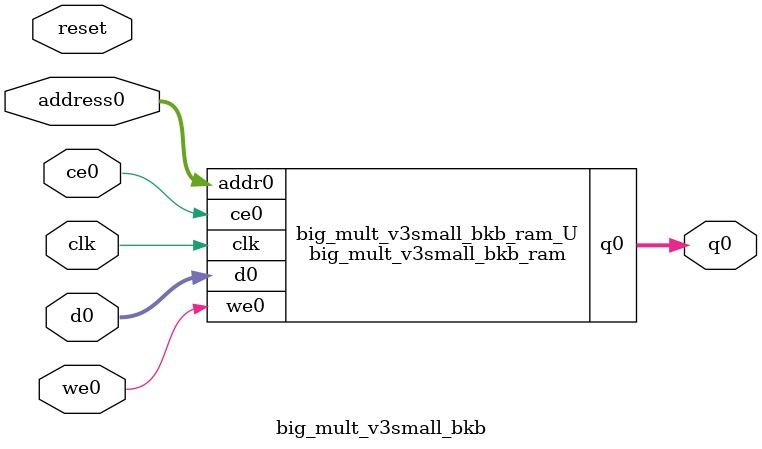
<source format=v>

`timescale 1 ns / 1 ps
module big_mult_v3small_bkb_ram (addr0, ce0, d0, we0, q0,  clk);

parameter DWIDTH = 70;
parameter AWIDTH = 3;
parameter MEM_SIZE = 8;

input[AWIDTH-1:0] addr0;
input ce0;
input[DWIDTH-1:0] d0;
input we0;
output reg[DWIDTH-1:0] q0;
input clk;

(* ram_style = "distributed" *)reg [DWIDTH-1:0] ram[0:MEM_SIZE-1];




always @(posedge clk)  
begin 
    if (ce0) 
    begin
        if (we0) 
        begin 
            ram[addr0] <= d0; 
            q0 <= d0;
        end 
        else 
            q0 <= ram[addr0];
    end
end


endmodule


`timescale 1 ns / 1 ps
module big_mult_v3small_bkb(
    reset,
    clk,
    address0,
    ce0,
    we0,
    d0,
    q0);

parameter DataWidth = 32'd70;
parameter AddressRange = 32'd8;
parameter AddressWidth = 32'd3;
input reset;
input clk;
input[AddressWidth - 1:0] address0;
input ce0;
input we0;
input[DataWidth - 1:0] d0;
output[DataWidth - 1:0] q0;



big_mult_v3small_bkb_ram big_mult_v3small_bkb_ram_U(
    .clk( clk ),
    .addr0( address0 ),
    .ce0( ce0 ),
    .d0( d0 ),
    .we0( we0 ),
    .q0( q0 ));

endmodule


</source>
